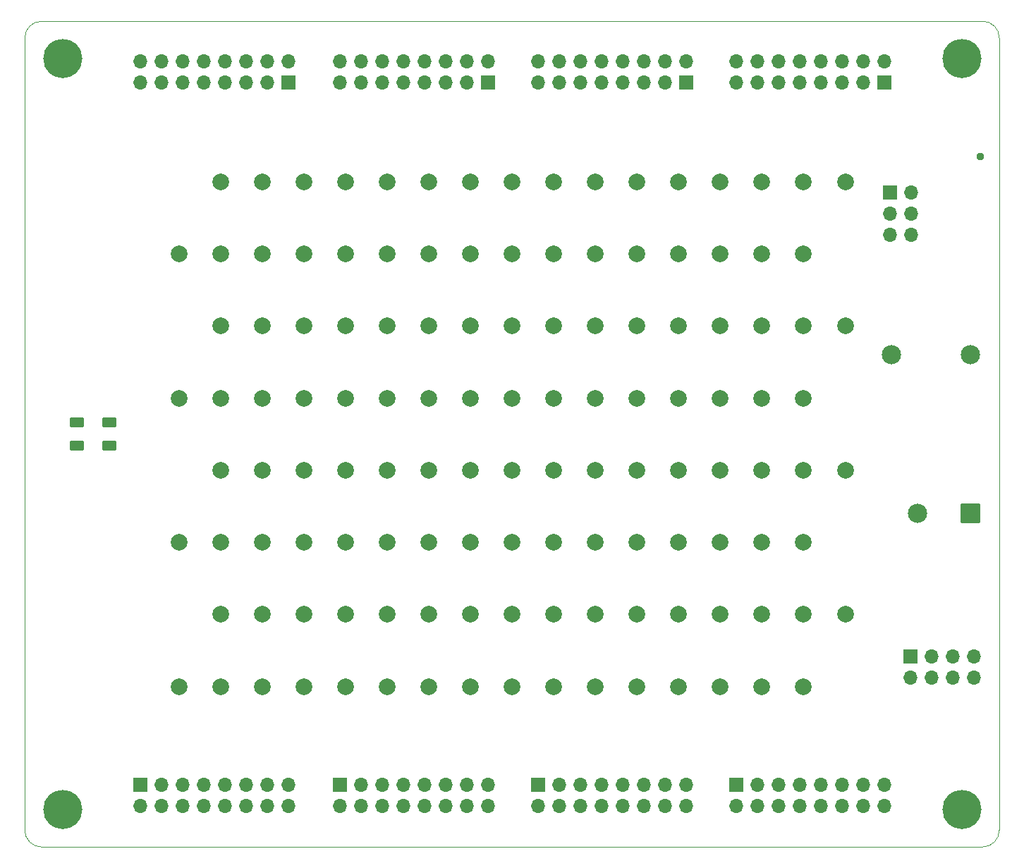
<source format=gbs>
G04 #@! TF.GenerationSoftware,KiCad,Pcbnew,(6.0.10)*
G04 #@! TF.CreationDate,2023-12-11T17:01:48-05:00*
G04 #@! TF.ProjectId,UltrasonicDrive,556c7472-6173-46f6-9e69-634472697665,rev?*
G04 #@! TF.SameCoordinates,Original*
G04 #@! TF.FileFunction,Soldermask,Bot*
G04 #@! TF.FilePolarity,Negative*
%FSLAX46Y46*%
G04 Gerber Fmt 4.6, Leading zero omitted, Abs format (unit mm)*
G04 Created by KiCad (PCBNEW (6.0.10)) date 2023-12-11 17:01:48*
%MOMM*%
%LPD*%
G01*
G04 APERTURE LIST*
G04 Aperture macros list*
%AMRoundRect*
0 Rectangle with rounded corners*
0 $1 Rounding radius*
0 $2 $3 $4 $5 $6 $7 $8 $9 X,Y pos of 4 corners*
0 Add a 4 corners polygon primitive as box body*
4,1,4,$2,$3,$4,$5,$6,$7,$8,$9,$2,$3,0*
0 Add four circle primitives for the rounded corners*
1,1,$1+$1,$2,$3*
1,1,$1+$1,$4,$5*
1,1,$1+$1,$6,$7*
1,1,$1+$1,$8,$9*
0 Add four rect primitives between the rounded corners*
20,1,$1+$1,$2,$3,$4,$5,0*
20,1,$1+$1,$4,$5,$6,$7,0*
20,1,$1+$1,$6,$7,$8,$9,0*
20,1,$1+$1,$8,$9,$2,$3,0*%
G04 Aperture macros list end*
G04 #@! TA.AperFunction,Profile*
%ADD10C,0.100000*%
G04 #@! TD*
%ADD11R,1.700000X1.700000*%
%ADD12O,1.700000X1.700000*%
%ADD13C,4.700000*%
%ADD14C,0.939800*%
%ADD15C,2.004000*%
%ADD16RoundRect,0.250000X0.625000X-0.375000X0.625000X0.375000X-0.625000X0.375000X-0.625000X-0.375000X0*%
%ADD17RoundRect,0.102000X1.050000X-1.050000X1.050000X1.050000X-1.050000X1.050000X-1.050000X-1.050000X0*%
%ADD18C,2.304000*%
G04 APERTURE END LIST*
D10*
X312719114Y-47450000D02*
X312714900Y-142595786D01*
X312719100Y-47450000D02*
G75*
G03*
X310719114Y-45450000I-2000000J0D01*
G01*
X195723314Y-142595786D02*
G75*
G03*
X197723328Y-144595786I1999986J-14D01*
G01*
X195723328Y-142595786D02*
X195723328Y-47454213D01*
X197723328Y-45454213D02*
X310719114Y-45450000D01*
X310714900Y-144595786D02*
X197723328Y-144595786D01*
X310714900Y-144595800D02*
G75*
G03*
X312714900Y-142595786I0J2000000D01*
G01*
X197723328Y-45454228D02*
G75*
G03*
X195723328Y-47454213I-28J-1999972D01*
G01*
D11*
X302089954Y-121717500D03*
D12*
X302089954Y-124257500D03*
X304629954Y-121717500D03*
X304629954Y-124257500D03*
X307169954Y-121717500D03*
X307169954Y-124257500D03*
X309709954Y-121717500D03*
X309709954Y-124257500D03*
D13*
X200250114Y-140100000D03*
X308250089Y-49950000D03*
D11*
X227405000Y-52840000D03*
D12*
X227405000Y-50300000D03*
X224865000Y-52840000D03*
X224865000Y-50300000D03*
X222325000Y-52840000D03*
X222325000Y-50300000D03*
X219785000Y-52840000D03*
X219785000Y-50300000D03*
X217245000Y-52840000D03*
X217245000Y-50300000D03*
X214705000Y-52840000D03*
X214705000Y-50300000D03*
X212165000Y-52840000D03*
X212165000Y-50300000D03*
X209625000Y-52840000D03*
X209625000Y-50300000D03*
D11*
X299590000Y-66000000D03*
D12*
X302130000Y-66000000D03*
X299590000Y-68540000D03*
X302130000Y-68540000D03*
X299590000Y-71080000D03*
X302130000Y-71080000D03*
D11*
X298905000Y-52840000D03*
D12*
X298905000Y-50300000D03*
X296365000Y-52840000D03*
X296365000Y-50300000D03*
X293825000Y-52840000D03*
X293825000Y-50300000D03*
X291285000Y-52840000D03*
X291285000Y-50300000D03*
X288745000Y-52840000D03*
X288745000Y-50300000D03*
X286205000Y-52840000D03*
X286205000Y-50300000D03*
X283665000Y-52840000D03*
X283665000Y-50300000D03*
X281125000Y-52840000D03*
X281125000Y-50300000D03*
D11*
X233517500Y-137160000D03*
D12*
X233517500Y-139700000D03*
X236057500Y-137160000D03*
X236057500Y-139700000D03*
X238597500Y-137160000D03*
X238597500Y-139700000D03*
X241137500Y-137160000D03*
X241137500Y-139700000D03*
X243677500Y-137160000D03*
X243677500Y-139700000D03*
X246217500Y-137160000D03*
X246217500Y-139700000D03*
X248757500Y-137160000D03*
X248757500Y-139700000D03*
X251297500Y-137160000D03*
X251297500Y-139700000D03*
D11*
X281125000Y-137160000D03*
D12*
X281125000Y-139700000D03*
X283665000Y-137160000D03*
X283665000Y-139700000D03*
X286205000Y-137160000D03*
X286205000Y-139700000D03*
X288745000Y-137160000D03*
X288745000Y-139700000D03*
X291285000Y-137160000D03*
X291285000Y-139700000D03*
X293825000Y-137160000D03*
X293825000Y-139700000D03*
X296365000Y-137160000D03*
X296365000Y-139700000D03*
X298905000Y-137160000D03*
X298905000Y-139700000D03*
D14*
X310449999Y-61720000D03*
D13*
X308250072Y-140100000D03*
D11*
X251297500Y-52840000D03*
D12*
X251297500Y-50300000D03*
X248757500Y-52840000D03*
X248757500Y-50300000D03*
X246217500Y-52840000D03*
X246217500Y-50300000D03*
X243677500Y-52840000D03*
X243677500Y-50300000D03*
X241137500Y-52840000D03*
X241137500Y-50300000D03*
X238597500Y-52840000D03*
X238597500Y-50300000D03*
X236057500Y-52840000D03*
X236057500Y-50300000D03*
X233517500Y-52840000D03*
X233517500Y-50300000D03*
D13*
X200250077Y-49950000D03*
D11*
X275120000Y-52840000D03*
D12*
X275120000Y-50300000D03*
X272580000Y-52840000D03*
X272580000Y-50300000D03*
X270040000Y-52840000D03*
X270040000Y-50300000D03*
X267500000Y-52840000D03*
X267500000Y-50300000D03*
X264960000Y-52840000D03*
X264960000Y-50300000D03*
X262420000Y-52840000D03*
X262420000Y-50300000D03*
X259880000Y-52840000D03*
X259880000Y-50300000D03*
X257340000Y-52840000D03*
X257340000Y-50300000D03*
D11*
X209625000Y-137160000D03*
D12*
X209625000Y-139700000D03*
X212165000Y-137160000D03*
X212165000Y-139700000D03*
X214705000Y-137160000D03*
X214705000Y-139700000D03*
X217245000Y-137160000D03*
X217245000Y-139700000D03*
X219785000Y-137160000D03*
X219785000Y-139700000D03*
X222325000Y-137160000D03*
X222325000Y-139700000D03*
X224865000Y-137160000D03*
X224865000Y-139700000D03*
X227405000Y-137160000D03*
X227405000Y-139700000D03*
D11*
X257340000Y-137160000D03*
D12*
X257340000Y-139700000D03*
X259880000Y-137160000D03*
X259880000Y-139700000D03*
X262420000Y-137160000D03*
X262420000Y-139700000D03*
X264960000Y-137160000D03*
X264960000Y-139700000D03*
X267500000Y-137160000D03*
X267500000Y-139700000D03*
X270040000Y-137160000D03*
X270040000Y-139700000D03*
X272580000Y-137160000D03*
X272580000Y-139700000D03*
X275120000Y-137160000D03*
X275120000Y-139700000D03*
D15*
X239220000Y-90702549D03*
X234220000Y-90702549D03*
X289220000Y-82042295D03*
X294220000Y-82042295D03*
X269220000Y-99354721D03*
X274220000Y-99354721D03*
D16*
X201950000Y-96410000D03*
X201950000Y-93610000D03*
D15*
X279220000Y-125335483D03*
X274220000Y-125335483D03*
X284220000Y-99354721D03*
X279220000Y-99354721D03*
X284220000Y-73382041D03*
X289220000Y-73382041D03*
X229220000Y-99354721D03*
X234220000Y-99354721D03*
X264220000Y-73382041D03*
X269220000Y-73382041D03*
X249220000Y-99354721D03*
X254220000Y-99354721D03*
D17*
X309260000Y-104530000D03*
D18*
X302920000Y-104530000D03*
X299740000Y-85470000D03*
X309260000Y-85470000D03*
D15*
X239220000Y-125335483D03*
X234220000Y-125335483D03*
X229220000Y-82042295D03*
X234220000Y-82042295D03*
X264220000Y-82042295D03*
X259220000Y-82042295D03*
X284220000Y-108014975D03*
X289220000Y-108014975D03*
X264220000Y-90702549D03*
X269220000Y-90702549D03*
X269220000Y-82042295D03*
X274220000Y-82042295D03*
X224220000Y-125335483D03*
X229220000Y-125335483D03*
X229220000Y-64721787D03*
X234220000Y-64721787D03*
D16*
X205900000Y-96390000D03*
X205900000Y-93590000D03*
D15*
X279220000Y-108014975D03*
X274220000Y-108014975D03*
X284210000Y-125328500D03*
X289210000Y-125328500D03*
X279220000Y-73382041D03*
X274220000Y-73382041D03*
X229220000Y-116675229D03*
X234220000Y-116675229D03*
X249220000Y-82042295D03*
X254220000Y-82042295D03*
X244220000Y-108014975D03*
X249220000Y-108014975D03*
X239220000Y-73382041D03*
X234220000Y-73382041D03*
X244220000Y-116675229D03*
X239220000Y-116675229D03*
X264220000Y-125335483D03*
X269220000Y-125335483D03*
X259220000Y-73382041D03*
X254220000Y-73382041D03*
X249220000Y-116675229D03*
X254220000Y-116675229D03*
X284220000Y-64721787D03*
X279220000Y-64721787D03*
X219220000Y-90702549D03*
X214220000Y-90702549D03*
X259220000Y-108014975D03*
X254220000Y-108014975D03*
X224220000Y-108014975D03*
X229220000Y-108014975D03*
X284220000Y-90702549D03*
X289220000Y-90702549D03*
X264220000Y-64721787D03*
X259220000Y-64721787D03*
X289220000Y-64721787D03*
X294220000Y-64721787D03*
X244220000Y-99354721D03*
X239220000Y-99354721D03*
X264220000Y-116675229D03*
X259220000Y-116675229D03*
X259220000Y-90702549D03*
X254220000Y-90702549D03*
X239220000Y-108014975D03*
X234220000Y-108014975D03*
X289220000Y-99354721D03*
X294220000Y-99354721D03*
X284220000Y-116675229D03*
X279220000Y-116675229D03*
X219220000Y-108014975D03*
X214220000Y-108014975D03*
X244220000Y-125335483D03*
X249220000Y-125335483D03*
X219220000Y-73382041D03*
X214220000Y-73382041D03*
X269220000Y-64721787D03*
X274220000Y-64721787D03*
X224220000Y-82042295D03*
X219220000Y-82042295D03*
X224220000Y-99354721D03*
X219220000Y-99354721D03*
X279220000Y-90702549D03*
X274220000Y-90702549D03*
X289220000Y-116675229D03*
X294220000Y-116675229D03*
X224220000Y-90702549D03*
X229220000Y-90702549D03*
X264220000Y-108014975D03*
X269220000Y-108014975D03*
X244220000Y-73382041D03*
X249220000Y-73382041D03*
X244220000Y-90702549D03*
X249220000Y-90702549D03*
X264220000Y-99354721D03*
X259220000Y-99354721D03*
X219220000Y-125335483D03*
X214220000Y-125335483D03*
X269220000Y-116675229D03*
X274220000Y-116675229D03*
X244220000Y-64721787D03*
X239220000Y-64721787D03*
X224220000Y-73382041D03*
X229220000Y-73382041D03*
X284220000Y-82042295D03*
X279220000Y-82042295D03*
X259220000Y-125335483D03*
X254220000Y-125335483D03*
X249220000Y-64721787D03*
X254220000Y-64721787D03*
X244220000Y-82042295D03*
X239220000Y-82042295D03*
X224220000Y-64721787D03*
X219220000Y-64721787D03*
X224220000Y-116675229D03*
X219220000Y-116675229D03*
M02*

</source>
